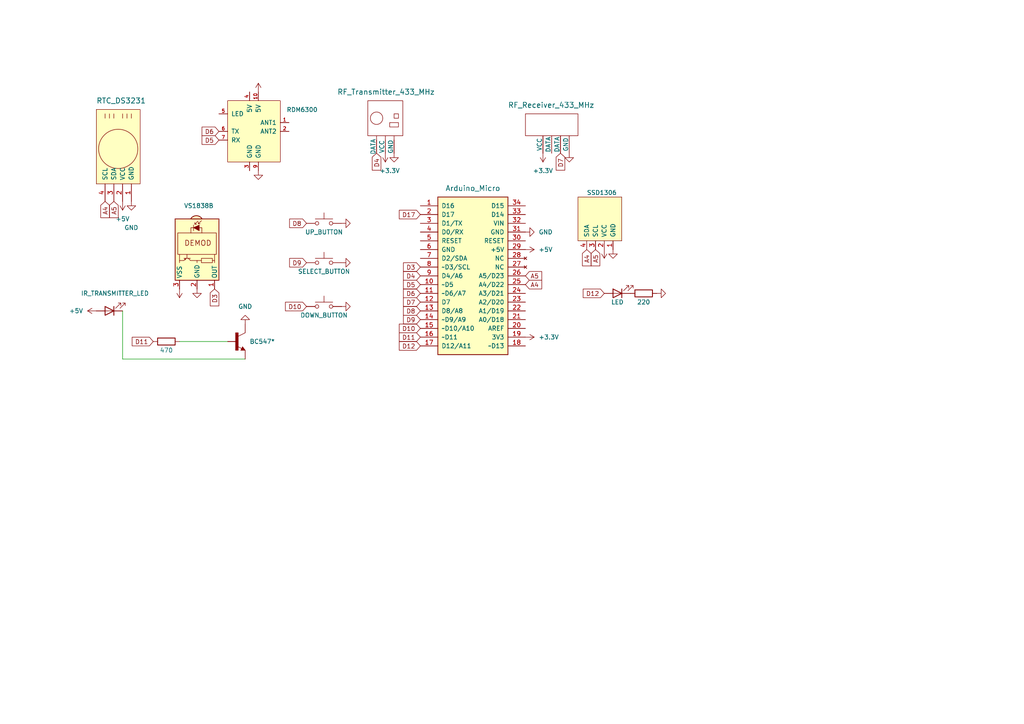
<source format=kicad_sch>
(kicad_sch (version 20211123) (generator eeschema)
  (paper "A4")
  (title_block (title "Flipper Zero like") (date "2024-10-29") (company "HaneiNeko"))
  (lib_symbols
    (symbol "Arduino:Arduino_Micro" (pin_names (offset 1.016))
      (property "Reference" "U" (at -10.16 26.67 0))
      (property "Value" "Arduino_Micro" (at -2.54 24.13 0))
      (symbol "Arduino_Micro_0_1"
        (rectangle (start -10.16 22.86) (end 10.16 -22.86) (stroke (width 0.254)) (fill (type background)))
      )
      (symbol "Arduino_Micro_1_1"
        (pin bidirectional line (at -15.24 20.32 0) (length 5.08) (name "D16") (number "1"))
        (pin bidirectional line (at -15.24 -2.54 0) (length 5.08) (name "~D5") (number "10"))
        (pin bidirectional line (at -15.24 -5.08 0) (length 5.08) (name "~D6/A7") (number "11"))
        (pin bidirectional line (at -15.24 -7.62 0) (length 5.08) (name "D7") (number "12"))
        (pin bidirectional line (at -15.24 -10.16 0) (length 5.08) (name "D8/A8") (number "13"))
        (pin bidirectional line (at -15.24 -12.7 0) (length 5.08) (name "~D9/A9") (number "14"))
        (pin bidirectional line (at -15.24 -15.24 0) (length 5.08) (name "~D10/A10") (number "15"))
        (pin bidirectional line (at -15.24 -17.78 0) (length 5.08) (name "~D11") (number "16"))
        (pin bidirectional line (at -15.24 -20.32 0) (length 5.08) (name "D12/A11") (number "17"))
        (pin bidirectional line (at 15.24 -20.32 180) (length 5.08) (name "~D13") (number "18"))
        (pin power_out line (at 15.24 -17.78 180) (length 5.08) (name "3V3") (number "19"))
        (pin bidirectional line (at -15.24 17.78 0) (length 5.08) (name "D17") (number "2"))
        (pin input line (at 15.24 -15.24 180) (length 5.08) (name "AREF") (number "20"))
        (pin bidirectional line (at 15.24 -12.7 180) (length 5.08) (name "A0/D18") (number "21"))
        (pin bidirectional line (at 15.24 -10.16 180) (length 5.08) (name "A1/D19") (number "22"))
        (pin bidirectional line (at 15.24 -7.62 180) (length 5.08) (name "A2/D20") (number "23"))
        (pin bidirectional line (at 15.24 -5.08 180) (length 5.08) (name "A3/D21") (number "24"))
        (pin bidirectional line (at 15.24 -2.54 180) (length 5.08) (name "A4/D22") (number "25"))
        (pin bidirectional line (at 15.24 0 180) (length 5.08) (name "A5/D23") (number "26"))
        (pin no_connect line (at 15.24 2.54 180) (length 5.08) (name "NC") (number "27"))
        (pin no_connect line (at 15.24 5.08 180) (length 5.08) (name "NC") (number "28"))
        (pin power_in line (at 15.24 7.62 180) (length 5.08) (name "+5V") (number "29"))
        (pin bidirectional line (at -15.24 15.24 0) (length 5.08) (name "D1/TX") (number "3"))
        (pin input line (at 15.24 10.16 180) (length 5.08) (name "RESET") (number "30"))
        (pin power_in line (at 15.24 12.7 180) (length 5.08) (name "GND") (number "31"))
        (pin power_out line (at 15.24 15.24 180) (length 5.08) (name "VIN") (number "32"))
        (pin bidirectional line (at 15.24 17.78 180) (length 5.08) (name "D14") (number "33"))
        (pin bidirectional line (at 15.24 20.32 180) (length 5.08) (name "D15") (number "34"))
        (pin bidirectional line (at -15.24 12.7 0) (length 5.08) (name "D0/RX") (number "4"))
        (pin input line (at -15.24 10.16 0) (length 5.08) (name "RESET") (number "5"))
        (pin power_in line (at -15.24 7.62 0) (length 5.08) (name "GND") (number "6"))
        (pin bidirectional line (at -15.24 5.08 0) (length 5.08) (name "D2/SDA") (number "7"))
        (pin bidirectional line (at -15.24 2.54 0) (length 5.08) (name "~D3/SCL") (number "8"))
        (pin bidirectional line (at -15.24 0 0) (length 5.08) (name "D4/A6") (number "9"))
      )
    )
    (symbol "BC547_:BC547*" (pin_numbers hide) (pin_names (offset 1.016) hide)
      (property "Reference" "Q" (at -10.16 7.62 0))
      (property "Value" "BC547*" (at -10.16 5.08 0))
      (symbol "BC547*_0_0"
        (rectangle (start -0.254 -2.54) (end 0.508 2.54) (fill (type outline)))
        (polyline (pts (xy 1.27 -2.54) (xy 1.778 -1.524)) (stroke (width 0.1524)))
        (polyline (pts (xy 1.524 -2.413) (xy 2.286 -2.413)) (stroke (width 0.254)))
        (polyline (pts (xy 1.524 -2.286) (xy 1.905 -2.286)) (stroke (width 0.254)))
        (polyline (pts (xy 1.5494 -2.032) (xy 0.3048 -1.4224)) (stroke (width 0.1524)))
        (polyline (pts (xy 1.778 -1.778) (xy 1.524 -2.286)) (stroke (width 0.254)))
        (polyline (pts (xy 1.778 -1.524) (xy 2.54 -2.54)) (stroke (width 0.1524)))
        (polyline (pts (xy 1.905 -2.286) (xy 1.778 -2.032)) (stroke (width 0.254)))
        (polyline (pts (xy 2.286 -2.413) (xy 1.778 -1.778)) (stroke (width 0.254)))
        (polyline (pts (xy 2.54 -2.54) (xy 1.27 -2.54)) (stroke (width 0.1524)))
        (polyline (pts (xy 2.54 2.54) (xy 0.508 1.524)) (stroke (width 0.1524)))
        (pin passive line (at 2.54 -5.08 90) (length 2.54) (name "~") (number "1"))
        (pin passive line (at -2.54 0 0) (length 2.54) (name "~") (number "2"))
        (pin passive line (at 2.54 5.08 270) (length 2.54) (name "~") (number "3"))
      )
    )
    (symbol "Device:LED" (pin_numbers hide) (pin_names (offset 1.016) hide)
      (property "Reference" "D" (at 0 2.54 0))
      (property "Value" "LED" (at 0 -2.54 0))
      (symbol "LED_0_1"
        (polyline (pts (xy -1.27 -1.27) (xy -1.27 1.27)) (stroke (width 0.254)))
        (polyline (pts (xy -1.27 0) (xy 1.27 0)))
        (polyline (pts (xy 1.27 -1.27) (xy 1.27 1.27) (xy -1.27 0) (xy 1.27 -1.27)) (stroke (width 0.254)))
        (polyline (pts (xy -3.048 -0.762) (xy -4.572 -2.286) (xy -3.81 -2.286) (xy -4.572 -2.286) (xy -4.572 -1.524)))
        (polyline (pts (xy -1.778 -0.762) (xy -3.302 -2.286) (xy -2.54 -2.286) (xy -3.302 -2.286) (xy -3.302 -1.524)))
      )
      (symbol "LED_1_1"
        (pin passive line (at -3.81 0 0) (length 2.54) (name "K") (number "1"))
        (pin passive line (at 3.81 0 180) (length 2.54) (name "A") (number "2"))
      )
    )
    (symbol "Device:R" (pin_numbers hide) (pin_names (offset 0))
      (property "Reference" "R" (at 2.032 0 90))
      (property "Value" "R" (at 0 0 90))
      (symbol "R_0_1"
        (rectangle (start -1.016 -2.54) (end 1.016 2.54) (stroke (width 0.254)))
      )
      (symbol "R_1_1"
        (pin passive line (at 0 3.81 270) (length 1.27) (name "~") (number "1"))
        (pin passive line (at 0 -3.81 90) (length 1.27) (name "~") (number "2"))
      )
    )
    (symbol "SSD1306-128x64_OLED:SSD1306" (pin_names (offset 1.016))
      (property "Reference" "Brd" (at 0 -3.81 0))
      (property "Value" "SSD1306" (at 0 -1.27 0))
      (symbol "SSD1306_0_1"
        (rectangle (start -6.35 6.35) (end 6.35 -6.35) (fill (type background)))
      )
      (symbol "SSD1306_1_1"
        (pin input line (at -3.81 8.89 270) (length 2.54) (name "GND") (number "1"))
        (pin input line (at -1.27 8.89 270) (length 2.54) (name "VCC") (number "2"))
        (pin input line (at 1.27 8.89 270) (length 2.54) (name "SCL") (number "3"))
        (pin input line (at 3.81 8.89 270) (length 2.54) (name "SDA") (number "4"))
      )
    )
    (symbol "Switch:SW_Push" (pin_numbers hide) (pin_names (offset 1.016) hide)
      (property "Reference" "SW" (at 1.27 2.54 0))
      (property "Value" "SW_Push" (at 0 -1.524 0))
      (symbol "SW_Push_0_1"
        (circle (center -2.032 0) (radius 0.508))
        (polyline (pts (xy 0 1.27) (xy 0 3.048)))
        (polyline (pts (xy 2.54 1.27) (xy -2.54 1.27)))
        (circle (center 2.032 0) (radius 0.508))
        (pin passive line (at -5.08 0 0) (length 2.54) (name "1") (number "1"))
        (pin passive line (at 5.08 0 180) (length 2.54) (name "2") (number "2"))
      )
    )
    (symbol "VS1838B:VS1838B"
      (property "Reference" "U" (at -12.7 5.08 0))
      (property "Value" "VS1838B" (at -10.16 -7.62 0))
      (symbol "VS1838B_0_0"
        (arc (start -10.287 1.397) (mid -11.0899 -0.1905) (end -10.287 -1.778) (stroke (width 0.254)) (fill (type background)))
        (polyline (pts (xy 1.905 -5.08) (xy 0.127 -5.08)))
        (polyline (pts (xy 1.905 5.08) (xy 0.127 5.08)))
        (text "DEMOD" (at -3.175 0.254 900) (effects (font (size 1.524 1.524))))
      )
      (symbol "VS1838B_0_1"
        (rectangle (start -6.096 5.588) (end 0.127 -5.588))
        (polyline (pts (xy -8.763 0.381) (xy -9.652 1.27)))
        (polyline (pts (xy -8.763 0.381) (xy -9.271 0.381)))
        (polyline (pts (xy -8.763 0.381) (xy -8.763 0.889)))
        (polyline (pts (xy -8.636 -0.635) (xy -9.525 0.254)))
        (polyline (pts (xy -8.636 -0.635) (xy -9.144 -0.635)))
        (polyline (pts (xy -8.636 -0.635) (xy -8.636 -0.127)))
        (polyline (pts (xy -8.382 -1.016) (xy -6.731 -1.016)))
        (polyline (pts (xy 1.27 -2.921) (xy 0.127 -2.921)))
        (polyline (pts (xy 1.27 -1.905) (xy 1.27 -3.81)))
        (polyline (pts (xy 1.397 -3.556) (xy 1.524 -3.556)))
        (polyline (pts (xy 1.651 -3.556) (xy 1.524 -3.556)))
        (polyline (pts (xy 1.651 -3.556) (xy 1.651 -3.302)))
        (polyline (pts (xy 1.905 0) (xy 1.905 1.27)))
        (polyline (pts (xy 1.905 4.445) (xy 1.905 5.08) (xy 2.54 5.08)))
        (polyline (pts (xy -8.382 0.635) (xy -6.731 0.635) (xy -7.62 -1.016) (xy -8.382 0.635)) (fill (type outline)))
        (polyline (pts (xy -6.096 1.397) (xy -7.62 1.397) (xy -7.62 -1.778) (xy -6.096 -1.778)))
        (polyline (pts (xy 1.27 -3.175) (xy 1.905 -3.81) (xy 1.905 -5.08) (xy 2.54 -5.08)))
        (polyline (pts (xy 1.27 -2.54) (xy 1.905 -1.905) (xy 1.905 0) (xy 2.54 0)))
        (rectangle (start 2.54 1.27) (end 1.27 4.445))
        (rectangle (start 7.62 6.35) (end -10.16 -6.35) (stroke (width 0.254)) (fill (type background)))
      )
      (symbol "VS1838B_1_1"
        (pin output line (at 10.16 5.08 180) (length 2.54) (name "OUT") (number "1"))
        (pin power_in line (at 10.16 0 180) (length 2.54) (name "GND") (number "2"))
        (pin power_in line (at 10.16 -5.08 180) (length 2.54) (name "VSS") (number "3"))
      )
    )
    (symbol "gtrzps:RDM6300" (pin_names (offset 1.016))
      (property "Reference" "U" (at -6.35 10.16 0))
      (property "Value" "RDM6300" (at 1.27 10.16 0))
      (symbol "RDM6300_0_1"
        (rectangle (start -7.62 8.89) (end 7.62 -8.89) (fill (type background)))
      )
      (symbol "RDM6300_1_1"
        (pin passive line (at 10.16 2.54 180) (length 2.54) (name "ANT1") (number "1"))
        (pin power_in line (at 1.27 11.43 270) (length 2.54) (name "5V") (number "10"))
        (pin passive line (at 10.16 0 180) (length 2.54) (name "ANT2") (number "2"))
        (pin power_in line (at -1.27 -11.43 90) (length 2.54) (name "GND") (number "3"))
        (pin power_in line (at -1.27 11.43 270) (length 2.54) (name "5V") (number "4"))
        (pin open_collector line (at -10.16 5.08 0) (length 2.54) (name "LED") (number "5"))
        (pin output line (at -10.16 0 0) (length 2.54) (name "TX") (number "6"))
        (pin input line (at -10.16 -2.54 0) (length 2.54) (name "RX") (number "7"))
        (pin no_connect line (at -7.62 2.54 0) (length 2.54) hide (name "NC") (number "8"))
        (pin power_in line (at 1.27 -11.43 90) (length 2.54) (name "GND") (number "9"))
      )
    )
    (symbol "megasaturnv_custom_components:RTC_DS3231" (pin_names (offset 1.016))
      (property "Reference" "RTC" (at 0 -6.35 0))
      (property "Value" "RTC_DS3231" (at 0 8.89 0))
      (symbol "RTC_DS3231_0_1"
        (rectangle (start -11.43 7.62) (end 10.16 -5.08) (fill (type background)))
        (polyline (pts (xy -10.16 -2.54) (xy -8.89 -2.54)))
        (polyline (pts (xy -10.16 -1.27) (xy -8.89 -1.27)))
        (polyline (pts (xy -10.16 0) (xy -8.89 0)))
        (polyline (pts (xy -10.16 2.54) (xy -8.89 2.54)))
        (polyline (pts (xy -10.16 3.81) (xy -8.89 3.81)))
        (polyline (pts (xy -10.16 5.08) (xy -8.89 5.08)))
        (circle (center 0 1.27) (radius 5.6896))
      )
      (symbol "RTC_DS3231_1_1"
        (pin power_in line (at 15.24 5.08 180) (length 5.08) (name "GND") (number "1"))
        (pin power_in line (at 15.24 2.54 180) (length 5.08) (name "VCC") (number "2"))
        (pin bidirectional line (at 15.24 0 180) (length 5.08) (name "SDA") (number "3"))
        (pin input line (at 15.24 -2.54 180) (length 5.08) (name "SCL") (number "4"))
      )
    )
    (symbol "power:+3.3V" (power) (pin_names (offset 0))
      (property "Value" "+3.3V" (at 0 3.556 0))
      (symbol "+3.3V_0_1"
        (polyline (pts (xy -0.762 1.27) (xy 0 2.54)))
        (polyline (pts (xy 0 0) (xy 0 2.54)))
        (polyline (pts (xy 0 2.54) (xy 0.762 1.27)))
      )
      (symbol "+3.3V_1_1"
        (pin power_in line (at 0 0 90) (length 0) hide (name "+3.3V") (number "1"))
      )
    )
    (symbol "power:+5V" (power) (pin_names (offset 0))
      (property "Value" "+5V" (at 0 3.556 0))
      (symbol "+5V_0_1"
        (polyline (pts (xy -0.762 1.27) (xy 0 2.54)))
        (polyline (pts (xy 0 0) (xy 0 2.54)))
        (polyline (pts (xy 0 2.54) (xy 0.762 1.27)))
      )
      (symbol "+5V_1_1"
        (pin power_in line (at 0 0 90) (length 0) hide (name "+5V") (number "1"))
      )
    )
    (symbol "power:GND" (power) (pin_names (offset 0))
      (property "Value" "GND" (at 0 -3.81 0))
      (symbol "GND_0_1"
        (polyline (pts (xy 0 0) (xy 0 -1.27) (xy 1.27 -1.27) (xy 0 -2.54) (xy -1.27 -1.27) (xy 0 -1.27)))
      )
      (symbol "GND_1_1"
        (pin power_in line (at 0 0 270) (length 0) hide (name "GND") (number "1"))
      )
    )
    (symbol "sensors:RF_Receiver_433_MHz" (pin_numbers hide) (pin_names (offset 0))
      (property "Reference" "RF" (at 0 16.51 0))
      (property "Value" "RF_Receiver_433_MHz" (at 0 13.97 0))
      (symbol "RF_Receiver_433_MHz_0_1"
        (rectangle (start -7.62 5.08) (end 7.62 11.43))
        (polyline (pts (xy 5.08 3.81) (xy 5.08 5.08)))
      )
      (symbol "RF_Receiver_433_MHz_1_1"
        (pin power_in line (at -2.54 0 90) (length 5.08) (name "VCC") (number "1"))
        (pin input line (at 0 0 90) (length 5.08) (name "DATA") (number "2"))
        (pin output line (at 2.54 0 90) (length 5.08) (name "DATA") (number "3"))
        (pin power_in line (at 5.08 0 90) (length 5.08) (name "GND") (number "4"))
      )
    )
    (symbol "sensors:RF_Transmitter_433_MHz" (pin_numbers hide) (pin_names (offset 0))
      (property "Reference" "RF" (at 0 20.32 0))
      (property "Value" "RF_Transmitter_433_MHz" (at 0 17.78 0))
      (symbol "RF_Transmitter_433_MHz_0_1"
        (rectangle (start -5.08 5.08) (end 5.08 15.24))
        (circle (center -2.54 10.16) (radius 1.8034))
        (polyline (pts (xy -2.54 3.81) (xy -2.54 5.08)))
        (polyline (pts (xy 0 3.81) (xy 0 5.08)))
        (polyline (pts (xy 2.54 3.81) (xy 2.54 5.08)))
        (rectangle (start 3.81 8.89) (end 1.27 7.62))
        (rectangle (start 3.81 11.43) (end 2.54 10.16))
      )
      (symbol "RF_Transmitter_433_MHz_1_1"
        (pin input line (at -2.54 0 90) (length 3.81) (name "DATA") (number "1"))
        (pin power_in line (at 0 0 90) (length 3.81) (name "VCC") (number "2"))
        (pin power_in line (at 2.54 0 90) (length 3.81) (name "GND") (number "3"))
      )
    )
  )
  (wire (pts (xy 35.56 90.17) (xy 35.56 104.14)))
  (wire (pts (xy 52.07 99.06) (xy 66.04 99.06)))
  (wire (pts (xy 35.56 104.14) (xy 71.12 104.14)))
  (global_label "D11" (shape input) (at 121.92 97.79 180) (property "Références Inter-Feuilles" "${INTERSHEET_REFS}" (effects hide)))
  (global_label "D3" (shape input) (at 62.23 83.82 270) (property "Références Inter-Feuilles" "${INTERSHEET_REFS}" (effects hide)))
  (global_label "D9" (shape input) (at 88.9 76.2 180) (property "Références Inter-Feuilles" "${INTERSHEET_REFS}" (effects hide)))
  (global_label "D6" (shape input) (at 121.92 85.09 180) (property "Références Inter-Feuilles" "${INTERSHEET_REFS}" (effects hide)))
  (global_label "D5" (shape input) (at 121.92 82.55 180) (property "Références Inter-Feuilles" "${INTERSHEET_REFS}" (effects hide)))
  (global_label "D8" (shape input) (at 88.9 64.77 180) (property "Références Inter-Feuilles" "${INTERSHEET_REFS}" (effects hide)))
  (global_label "D12" (shape input) (at 175.26 85.09 180) (property "Références Inter-Feuilles" "${INTERSHEET_REFS}" (effects hide)))
  (global_label "D10" (shape input) (at 88.9 88.9 180) (property "Références Inter-Feuilles" "${INTERSHEET_REFS}" (effects hide)))
  (global_label "A4" (shape input) (at 152.4 82.55 0) (property "Références Inter-Feuilles" "${INTERSHEET_REFS}" (effects hide)))
  (global_label "D5" (shape input) (at 63.5 40.64 180) (property "Références Inter-Feuilles" "${INTERSHEET_REFS}" (effects hide)))
  (global_label "A5" (shape input) (at 152.4 80.01 0) (property "Références Inter-Feuilles" "${INTERSHEET_REFS}" (effects hide)))
  (global_label "D11" (shape input) (at 44.45 99.06 180) (property "Références Inter-Feuilles" "${INTERSHEET_REFS}" (effects hide)))
  (global_label "A5" (shape input) (at 33.02 58.42 270) (property "Références Inter-Feuilles" "${INTERSHEET_REFS}" (effects hide)))
  (global_label "A5" (shape input) (at 172.72 72.39 270) (property "Références Inter-Feuilles" "${INTERSHEET_REFS}" (effects hide)))
  (global_label "D4" (shape input) (at 109.22 44.45 270) (property "Références Inter-Feuilles" "${INTERSHEET_REFS}" (effects hide)))
  (global_label "A4" (shape input) (at 30.48 58.42 270) (property "Références Inter-Feuilles" "${INTERSHEET_REFS}" (effects hide)))
  (global_label "A4" (shape input) (at 170.18 72.39 270) (property "Références Inter-Feuilles" "${INTERSHEET_REFS}" (effects hide)))
  (global_label "D3" (shape input) (at 121.92 77.47 180) (property "Références Inter-Feuilles" "${INTERSHEET_REFS}" (effects hide)))
  (global_label "D6" (shape input) (at 63.5 38.1 180) (property "Références Inter-Feuilles" "${INTERSHEET_REFS}" (effects hide)))
  (global_label "D10" (shape input) (at 121.92 95.25 180) (property "Références Inter-Feuilles" "${INTERSHEET_REFS}" (effects hide)))
  (global_label "D7" (shape input) (at 162.56 44.45 270) (property "Références Inter-Feuilles" "${INTERSHEET_REFS}" (effects hide)))
  (global_label "D4" (shape input) (at 121.92 80.01 180) (property "Références Inter-Feuilles" "${INTERSHEET_REFS}" (effects hide)))
  (global_label "D17" (shape input) (at 121.92 62.23 180) (property "Références Inter-Feuilles" "${INTERSHEET_REFS}" (effects hide)))
  (global_label "D9" (shape input) (at 121.92 92.71 180) (property "Références Inter-Feuilles" "${INTERSHEET_REFS}" (effects hide)))
  (global_label "D8" (shape input) (at 121.92 90.17 180) (property "Références Inter-Feuilles" "${INTERSHEET_REFS}" (effects hide)))
  (global_label "D12" (shape input) (at 121.92 100.33 180) (property "Références Inter-Feuilles" "${INTERSHEET_REFS}" (effects hide)))
  (global_label "D7" (shape input) (at 121.92 87.63 180) (property "Références Inter-Feuilles" "${INTERSHEET_REFS}" (effects hide)))
  (symbol (lib_id "BC547_:BC547*") (at 68.58 99.06 0) (unit 1)
    (property "Reference" "Q1" (effects hide))
    (property "Value" "BC547*" (at 72.39 99.0599 0) (effects (justify left)))
    (property "Footprint" "TO92" (effects hide))
    (property "MF" "ON Semiconductor" (effects hide))
    (property "Description" "\\n                        \\n                            Trans GP BJT NPN 45V 0.1A 500mW 3-Pin TO-92 T/R\\n                        \\n" (effects hide))
    (property "Package" "None" (effects hide))
    (property "Price" "None" (effects hide))
    (property "SnapEDA_Link" "https://www.snapeda.com/parts/BC547/Onsemi/view-part/?ref=snap" (effects hide))
    (property "MP" "BC547" (effects hide))
    (property "Availability" "In Stock" (effects hide))
    (property "Check_prices" "https://www.snapeda.com/parts/BC547/Onsemi/view-part/?ref=eda" (effects hide))
  )
  (symbol (lib_id "Switch:SW_Push") (at 93.98 64.77 0) (unit 1)
    (property "Reference" "SW1" (effects hide))
    (property "Value" "UP_BUTTON" (at 93.98 67.31 0))
    (property "Footprint" "Button_Switch_THT:SW_PUSH_6mm" (effects hide))
  )
  (symbol (lib_id "power:+5V") (at 152.4 72.39 270) (unit 1)
    (property "Reference" "#PWR0101" (effects hide))
    (property "Value" "+5V" (at 156.21 72.3899 90) (effects (justify left)))
  )
  (symbol (lib_id "Device:LED") (at 179.07 85.09 180) (unit 1)
    (property "Reference" "D1" (effects hide))
    (property "Value" "LED" (at 179.07 87.63 0))
    (property "Footprint" "LED_THT:LED_D3.0mm" (effects hide))
  )
  (symbol (lib_id "power:+5V") (at 52.07 83.82 0) (mirror x) (unit 1)
    (property "Reference" "#PWR0117" (effects hide))
    (property "Value" "+5V" (effects hide))
  )
  (symbol (lib_id "power:GND") (at 71.12 93.98 180) (unit 1)
    (property "Reference" "#PWR0116" (effects hide))
    (property "Value" "GND" (at 71.12 88.9 0))
  )
  (symbol (lib_id "power:GND") (at 74.93 49.53 0) (mirror y) (unit 1)
    (property "Reference" "#PWR0113" (effects hide))
    (property "Value" "GND" (effects hide))
  )
  (symbol (lib_id "Switch:SW_Push") (at 93.98 88.9 0) (unit 1)
    (property "Reference" "SW3" (effects hide))
    (property "Value" "DOWN_BUTTON" (at 93.98 91.44 0))
    (property "Footprint" "Button_Switch_THT:SW_PUSH_6mm" (effects hide))
  )
  (symbol (lib_id "power:+5V") (at 74.93 26.67 0) (unit 1)
    (property "Reference" "#PWR0114" (effects hide))
    (property "Value" "+5V" (effects hide))
  )
  (symbol (lib_id "Arduino:Arduino_Micro") (at 137.16 80.01 0) (unit 1)
    (property "Reference" "U1" (effects hide))
    (property "Value" "Arduino_Micro" (at 137.16 54.61 0) (effects (font (size 1.524 1.524))))
    (property "Footprint" "Arduino:Arduino_Micro" (effects hide))
    (property "Datasheet" "https://store.arduino.cc/usa/arduino-micro" (effects hide))
  )
  (symbol (lib_id "power:+3.3V") (at 157.48 44.45 180) (unit 1)
    (property "Reference" "#PWR0112" (effects hide))
    (property "Value" "+3.3V" (at 157.48 49.53 0))
  )
  (symbol (lib_id "power:GND") (at 99.06 88.9 90) (unit 1)
    (property "Reference" "#PWR0108" (effects hide))
    (property "Value" "GND" (effects hide))
  )
  (symbol (lib_id "power:GND") (at 57.15 83.82 0) (mirror y) (unit 1)
    (property "Reference" "#PWR0119" (effects hide))
    (property "Value" "GND" (effects hide))
  )
  (symbol (lib_id "power:+3.3V") (at 152.4 97.79 270) (unit 1)
    (property "Reference" "#PWR0115" (effects hide))
    (property "Value" "+3.3V" (at 156.21 97.7899 90) (effects (justify left)))
  )
  (symbol (lib_id "power:+5V") (at 35.56 58.42 0) (mirror x) (unit 1)
    (property "Reference" "#PWR0120" (effects hide))
    (property "Value" "+5V" (at 35.56 63.5 0))
  )
  (symbol (lib_id "power:GND") (at 99.06 76.2 90) (unit 1)
    (property "Reference" "#PWR0106" (effects hide))
    (property "Value" "GND" (effects hide))
  )
  (symbol (lib_id "Switch:SW_Push") (at 93.98 76.2 0) (unit 1)
    (property "Reference" "SW2" (effects hide))
    (property "Value" "SELECT_BUTTON" (at 93.98 78.74 0))
    (property "Footprint" "Button_Switch_THT:SW_PUSH_6mm" (effects hide))
  )
  (symbol (lib_id "power:+5V") (at 27.94 90.17 90) (unit 1)
    (property "Reference" "#PWR0118" (effects hide))
    (property "Value" "+5V" (at 24.13 90.1699 90) (effects (justify left)))
  )
  (symbol (lib_id "power:GND") (at 114.3 44.45 0) (unit 1)
    (property "Reference" "#PWR0109" (effects hide))
    (property "Value" "GND" (effects hide))
  )
  (symbol (lib_id "power:GND") (at 38.1 58.42 0) (unit 1)
    (property "Reference" "#PWR0121" (effects hide))
    (property "Value" "GND" (at 38.1 66.04 0))
  )
  (symbol (lib_id "Device:R") (at 48.26 99.06 270) (unit 1)
    (property "Reference" "R2" (effects hide))
    (property "Value" "470" (at 48.26 101.6 90))
    (property "Footprint" "Resistor_THT:R_Axial_DIN0207_L6.3mm_D2.5mm_P2.54mm_Vertical" (effects hide))
  )
  (symbol (lib_id "Device:LED") (at 31.75 90.17 180) (unit 1)
    (property "Reference" "D2" (effects hide))
    (property "Value" "IR_TRANSMITTER_LED" (at 33.3375 85.09 0))
    (property "Footprint" "LED_THT:LED_D5.0mm" (effects hide))
  )
  (symbol (lib_id "sensors:RF_Receiver_433_MHz") (at 160.02 44.45 0) (unit 1)
    (property "Reference" "RF2" (effects hide))
    (property "Value" "RF_Receiver_433_MHz" (at 147.32 30.48 0) (effects (font (size 1.524 1.524)) (justify left)))
    (property "Footprint" "Sensors:RF_Transmitter_433_MHz" (effects hide))
  )
  (symbol (lib_id "gtrzps:RDM6300") (at 73.66 38.1 0) (unit 1)
    (property "Reference" "U2" (effects hide))
    (property "Value" "RDM6300" (at 87.63 31.8285 0))
    (property "Footprint" "gtrzps:RDM6300_B38.5x18.2mm" (effects hide))
  )
  (symbol (lib_id "VS1838B:VS1838B") (at 57.15 73.66 270) (unit 1)
    (property "Reference" "U3" (effects hide))
    (property "Value" "VS1838B" (at 53.34 59.69 90) (effects (justify left)))
    (property "Footprint" "OptoDevice:Vishay_MINICAST-3Pin" (effects hide))
    (property "Datasheet" "Datasheet not available" (effects hide))
  )
  (symbol (lib_id "power:GND") (at 165.1 44.45 0) (unit 1)
    (property "Reference" "#PWR0111" (effects hide))
    (property "Value" "GND" (effects hide))
  )
  (symbol (lib_id "power:GND") (at 152.4 67.31 90) (unit 1)
    (property "Reference" "#PWR0102" (effects hide))
    (property "Value" "GND" (at 156.21 67.3099 90) (effects (justify right)))
  )
  (symbol (lib_id "power:GND") (at 99.06 64.77 90) (unit 1)
    (property "Reference" "#PWR0107" (effects hide))
    (property "Value" "GND" (effects hide))
  )
  (symbol (lib_id "megasaturnv_custom_components:RTC_DS3231") (at 33.02 43.18 270) (unit 1)
    (property "Reference" "RTC1" (effects hide))
    (property "Value" "RTC_DS3231" (at 27.94 29.21 90) (effects (font (size 1.524 1.524)) (justify left)))
    (property "Footprint" "megasaturnv_custom_components:RTC_DS3231" (effects hide))
  )
  (symbol (lib_id "Device:R") (at 186.69 85.09 270) (unit 1)
    (property "Reference" "R1" (effects hide))
    (property "Value" "220" (at 186.69 87.63 90))
    (property "Footprint" "Resistor_THT:R_Axial_DIN0207_L6.3mm_D2.5mm_P2.54mm_Vertical" (effects hide))
  )
  (symbol (lib_id "power:+3.3V") (at 111.76 44.45 180) (unit 1)
    (property "Reference" "#PWR0110" (effects hide))
    (property "Value" "+3.3V" (at 113.03 49.53 0))
  )
  (symbol (lib_id "power:GND") (at 190.5 85.09 90) (unit 1)
    (property "Reference" "#PWR0105" (effects hide))
    (property "Value" "GND" (effects hide))
  )
  (symbol (lib_id "SSD1306-128x64_OLED:SSD1306") (at 173.99 63.5 180) (unit 1)
    (property "Reference" "Brd1" (effects hide))
    (property "Value" "SSD1306" (at 170.18 55.88 0) (effects (justify right)))
    (property "Footprint" "SSD1306:128x64OLED" (effects hide))
  )
  (symbol (lib_id "power:+5V") (at 175.26 72.39 180) (unit 1)
    (property "Reference" "#PWR0103" (effects hide))
    (property "Value" "+5V" (effects hide))
  )
  (symbol (lib_id "power:GND") (at 177.8 72.39 0) (unit 1)
    (property "Reference" "#PWR0104" (effects hide))
    (property "Value" "GND" (effects hide))
  )
  (symbol (lib_id "sensors:RF_Transmitter_433_MHz") (at 111.76 44.45 0) (unit 1)
    (property "Reference" "RF1" (effects hide))
    (property "Value" "RF_Transmitter_433_MHz" (at 97.79 26.67 0) (effects (font (size 1.524 1.524)) (justify left)))
    (property "Footprint" "Sensors:RF_Receiver_433_MHz" (effects hide))
  )
)
</source>
